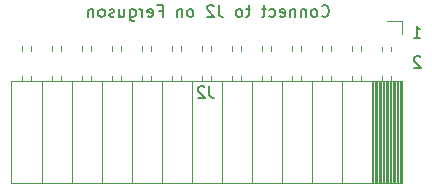
<source format=gbr>
%TF.GenerationSoftware,KiCad,Pcbnew,(6.0.11)*%
%TF.CreationDate,2023-09-03T11:13:33-05:00*%
%TF.ProjectId,ps2-to-parallel-keyboard-adapter,7073322d-746f-42d7-9061-72616c6c656c,rev?*%
%TF.SameCoordinates,Original*%
%TF.FileFunction,Legend,Bot*%
%TF.FilePolarity,Positive*%
%FSLAX46Y46*%
G04 Gerber Fmt 4.6, Leading zero omitted, Abs format (unit mm)*
G04 Created by KiCad (PCBNEW (6.0.11)) date 2023-09-03 11:13:33*
%MOMM*%
%LPD*%
G01*
G04 APERTURE LIST*
%ADD10C,0.150000*%
%ADD11C,0.120000*%
G04 APERTURE END LIST*
D10*
X170377238Y-106529142D02*
X170424857Y-106576761D01*
X170567714Y-106624380D01*
X170662952Y-106624380D01*
X170805809Y-106576761D01*
X170901047Y-106481523D01*
X170948666Y-106386285D01*
X170996285Y-106195809D01*
X170996285Y-106052952D01*
X170948666Y-105862476D01*
X170901047Y-105767238D01*
X170805809Y-105672000D01*
X170662952Y-105624380D01*
X170567714Y-105624380D01*
X170424857Y-105672000D01*
X170377238Y-105719619D01*
X169805809Y-106624380D02*
X169901047Y-106576761D01*
X169948666Y-106529142D01*
X169996285Y-106433904D01*
X169996285Y-106148190D01*
X169948666Y-106052952D01*
X169901047Y-106005333D01*
X169805809Y-105957714D01*
X169662952Y-105957714D01*
X169567714Y-106005333D01*
X169520095Y-106052952D01*
X169472476Y-106148190D01*
X169472476Y-106433904D01*
X169520095Y-106529142D01*
X169567714Y-106576761D01*
X169662952Y-106624380D01*
X169805809Y-106624380D01*
X169043904Y-105957714D02*
X169043904Y-106624380D01*
X169043904Y-106052952D02*
X168996285Y-106005333D01*
X168901047Y-105957714D01*
X168758190Y-105957714D01*
X168662952Y-106005333D01*
X168615333Y-106100571D01*
X168615333Y-106624380D01*
X168139142Y-105957714D02*
X168139142Y-106624380D01*
X168139142Y-106052952D02*
X168091523Y-106005333D01*
X167996285Y-105957714D01*
X167853428Y-105957714D01*
X167758190Y-106005333D01*
X167710571Y-106100571D01*
X167710571Y-106624380D01*
X166853428Y-106576761D02*
X166948666Y-106624380D01*
X167139142Y-106624380D01*
X167234380Y-106576761D01*
X167282000Y-106481523D01*
X167282000Y-106100571D01*
X167234380Y-106005333D01*
X167139142Y-105957714D01*
X166948666Y-105957714D01*
X166853428Y-106005333D01*
X166805809Y-106100571D01*
X166805809Y-106195809D01*
X167282000Y-106291047D01*
X165948666Y-106576761D02*
X166043904Y-106624380D01*
X166234380Y-106624380D01*
X166329619Y-106576761D01*
X166377238Y-106529142D01*
X166424857Y-106433904D01*
X166424857Y-106148190D01*
X166377238Y-106052952D01*
X166329619Y-106005333D01*
X166234380Y-105957714D01*
X166043904Y-105957714D01*
X165948666Y-106005333D01*
X165662952Y-105957714D02*
X165282000Y-105957714D01*
X165520095Y-105624380D02*
X165520095Y-106481523D01*
X165472476Y-106576761D01*
X165377238Y-106624380D01*
X165282000Y-106624380D01*
X164329619Y-105957714D02*
X163948666Y-105957714D01*
X164186761Y-105624380D02*
X164186761Y-106481523D01*
X164139142Y-106576761D01*
X164043904Y-106624380D01*
X163948666Y-106624380D01*
X163472476Y-106624380D02*
X163567714Y-106576761D01*
X163615333Y-106529142D01*
X163662952Y-106433904D01*
X163662952Y-106148190D01*
X163615333Y-106052952D01*
X163567714Y-106005333D01*
X163472476Y-105957714D01*
X163329619Y-105957714D01*
X163234380Y-106005333D01*
X163186761Y-106052952D01*
X163139142Y-106148190D01*
X163139142Y-106433904D01*
X163186761Y-106529142D01*
X163234380Y-106576761D01*
X163329619Y-106624380D01*
X163472476Y-106624380D01*
X161662952Y-105624380D02*
X161662952Y-106338666D01*
X161710571Y-106481523D01*
X161805809Y-106576761D01*
X161948666Y-106624380D01*
X162043904Y-106624380D01*
X161234380Y-105719619D02*
X161186761Y-105672000D01*
X161091523Y-105624380D01*
X160853428Y-105624380D01*
X160758190Y-105672000D01*
X160710571Y-105719619D01*
X160662952Y-105814857D01*
X160662952Y-105910095D01*
X160710571Y-106052952D01*
X161282000Y-106624380D01*
X160662952Y-106624380D01*
X159329619Y-106624380D02*
X159424857Y-106576761D01*
X159472476Y-106529142D01*
X159520095Y-106433904D01*
X159520095Y-106148190D01*
X159472476Y-106052952D01*
X159424857Y-106005333D01*
X159329619Y-105957714D01*
X159186761Y-105957714D01*
X159091523Y-106005333D01*
X159043904Y-106052952D01*
X158996285Y-106148190D01*
X158996285Y-106433904D01*
X159043904Y-106529142D01*
X159091523Y-106576761D01*
X159186761Y-106624380D01*
X159329619Y-106624380D01*
X158567714Y-105957714D02*
X158567714Y-106624380D01*
X158567714Y-106052952D02*
X158520095Y-106005333D01*
X158424857Y-105957714D01*
X158282000Y-105957714D01*
X158186761Y-106005333D01*
X158139142Y-106100571D01*
X158139142Y-106624380D01*
X156567714Y-106100571D02*
X156901047Y-106100571D01*
X156901047Y-106624380D02*
X156901047Y-105624380D01*
X156424857Y-105624380D01*
X155662952Y-106576761D02*
X155758190Y-106624380D01*
X155948666Y-106624380D01*
X156043904Y-106576761D01*
X156091523Y-106481523D01*
X156091523Y-106100571D01*
X156043904Y-106005333D01*
X155948666Y-105957714D01*
X155758190Y-105957714D01*
X155662952Y-106005333D01*
X155615333Y-106100571D01*
X155615333Y-106195809D01*
X156091523Y-106291047D01*
X155186761Y-106624380D02*
X155186761Y-105957714D01*
X155186761Y-106148190D02*
X155139142Y-106052952D01*
X155091523Y-106005333D01*
X154996285Y-105957714D01*
X154901047Y-105957714D01*
X154139142Y-105957714D02*
X154139142Y-106767238D01*
X154186761Y-106862476D01*
X154234380Y-106910095D01*
X154329619Y-106957714D01*
X154472476Y-106957714D01*
X154567714Y-106910095D01*
X154139142Y-106576761D02*
X154234380Y-106624380D01*
X154424857Y-106624380D01*
X154520095Y-106576761D01*
X154567714Y-106529142D01*
X154615333Y-106433904D01*
X154615333Y-106148190D01*
X154567714Y-106052952D01*
X154520095Y-106005333D01*
X154424857Y-105957714D01*
X154234380Y-105957714D01*
X154139142Y-106005333D01*
X153234380Y-105957714D02*
X153234380Y-106624380D01*
X153662952Y-105957714D02*
X153662952Y-106481523D01*
X153615333Y-106576761D01*
X153520095Y-106624380D01*
X153377238Y-106624380D01*
X153282000Y-106576761D01*
X153234380Y-106529142D01*
X152805809Y-106576761D02*
X152710571Y-106624380D01*
X152520095Y-106624380D01*
X152424857Y-106576761D01*
X152377238Y-106481523D01*
X152377238Y-106433904D01*
X152424857Y-106338666D01*
X152520095Y-106291047D01*
X152662952Y-106291047D01*
X152758190Y-106243428D01*
X152805809Y-106148190D01*
X152805809Y-106100571D01*
X152758190Y-106005333D01*
X152662952Y-105957714D01*
X152520095Y-105957714D01*
X152424857Y-106005333D01*
X151805809Y-106624380D02*
X151901047Y-106576761D01*
X151948666Y-106529142D01*
X151996285Y-106433904D01*
X151996285Y-106148190D01*
X151948666Y-106052952D01*
X151901047Y-106005333D01*
X151805809Y-105957714D01*
X151662952Y-105957714D01*
X151567714Y-106005333D01*
X151520095Y-106052952D01*
X151472476Y-106148190D01*
X151472476Y-106433904D01*
X151520095Y-106529142D01*
X151567714Y-106576761D01*
X151662952Y-106624380D01*
X151805809Y-106624380D01*
X151043904Y-105957714D02*
X151043904Y-106624380D01*
X151043904Y-106052952D02*
X150996285Y-106005333D01*
X150901047Y-105957714D01*
X150758190Y-105957714D01*
X150662952Y-106005333D01*
X150615333Y-106100571D01*
X150615333Y-106624380D01*
X178149285Y-108402380D02*
X178720714Y-108402380D01*
X178435000Y-108402380D02*
X178435000Y-107402380D01*
X178530238Y-107545238D01*
X178625476Y-107640476D01*
X178720714Y-107688095D01*
X178720714Y-110037619D02*
X178673095Y-109990000D01*
X178577857Y-109942380D01*
X178339761Y-109942380D01*
X178244523Y-109990000D01*
X178196904Y-110037619D01*
X178149285Y-110132857D01*
X178149285Y-110228095D01*
X178196904Y-110370952D01*
X178768333Y-110942380D01*
X178149285Y-110942380D01*
%TO.C,J2*%
X160861333Y-112482380D02*
X160861333Y-113196666D01*
X160908952Y-113339523D01*
X161004190Y-113434761D01*
X161147047Y-113482380D01*
X161242285Y-113482380D01*
X160432761Y-112577619D02*
X160385142Y-112530000D01*
X160289904Y-112482380D01*
X160051809Y-112482380D01*
X159956571Y-112530000D01*
X159908952Y-112577619D01*
X159861333Y-112672857D01*
X159861333Y-112768095D01*
X159908952Y-112910952D01*
X160480380Y-113482380D01*
X159861333Y-113482380D01*
D11*
X145760000Y-109530000D02*
X145760000Y-109090000D01*
X150120000Y-112040000D02*
X150120000Y-111630000D01*
X154290000Y-120670000D02*
X154290000Y-112040000D01*
X176145240Y-120670000D02*
X176145240Y-112040000D01*
X166990000Y-120670000D02*
X166990000Y-112040000D01*
X175790955Y-120670000D02*
X175790955Y-112040000D01*
X158460000Y-109530000D02*
X158460000Y-109090000D01*
X146670000Y-120670000D02*
X146670000Y-112040000D01*
X175909050Y-120670000D02*
X175909050Y-112040000D01*
X174846195Y-120670000D02*
X174846195Y-112040000D01*
X164450000Y-120670000D02*
X164450000Y-112040000D01*
X170440000Y-112040000D02*
X170440000Y-111630000D01*
X155200000Y-109530000D02*
X155200000Y-109090000D01*
X177210000Y-108040000D02*
X177210000Y-106930000D01*
X175520000Y-112040000D02*
X175520000Y-111630000D01*
X169530000Y-120670000D02*
X169530000Y-112040000D01*
X172070000Y-120670000D02*
X172070000Y-112040000D01*
X166080000Y-112040000D02*
X166080000Y-111630000D01*
X175672860Y-120670000D02*
X175672860Y-112040000D01*
X161910000Y-120670000D02*
X161910000Y-112040000D01*
X163540000Y-112040000D02*
X163540000Y-111630000D01*
X176617620Y-120670000D02*
X176617620Y-112040000D01*
X168620000Y-112040000D02*
X168620000Y-111630000D01*
X172980000Y-112040000D02*
X172980000Y-111630000D01*
X156830000Y-120670000D02*
X156830000Y-112040000D01*
X159370000Y-120670000D02*
X159370000Y-112040000D01*
X161000000Y-109530000D02*
X161000000Y-109090000D01*
X150840000Y-112040000D02*
X150840000Y-111630000D01*
X157740000Y-109530000D02*
X157740000Y-109090000D01*
X174610000Y-120670000D02*
X174610000Y-112040000D01*
X155920000Y-109530000D02*
X155920000Y-109090000D01*
X145040000Y-109530000D02*
X145040000Y-109090000D01*
X151750000Y-120670000D02*
X151750000Y-112040000D01*
X147580000Y-109530000D02*
X147580000Y-109090000D01*
X155920000Y-112040000D02*
X155920000Y-111630000D01*
X172980000Y-109530000D02*
X172980000Y-109090000D01*
X148300000Y-109530000D02*
X148300000Y-109090000D01*
X150840000Y-109530000D02*
X150840000Y-109090000D01*
X170440000Y-109530000D02*
X170440000Y-109090000D01*
X162820000Y-112040000D02*
X162820000Y-111630000D01*
X173700000Y-112040000D02*
X173700000Y-111630000D01*
X153380000Y-109530000D02*
X153380000Y-109090000D01*
X177210000Y-120670000D02*
X177210000Y-112040000D01*
X175200480Y-120670000D02*
X175200480Y-112040000D01*
X157740000Y-112040000D02*
X157740000Y-111630000D01*
X176240000Y-112040000D02*
X176240000Y-111630000D01*
X160280000Y-112040000D02*
X160280000Y-111630000D01*
X155200000Y-112040000D02*
X155200000Y-111630000D01*
X176735715Y-120670000D02*
X176735715Y-112040000D01*
X177210000Y-106930000D02*
X175880000Y-106930000D01*
X171160000Y-112040000D02*
X171160000Y-111630000D01*
X171160000Y-109530000D02*
X171160000Y-109090000D01*
X165360000Y-112040000D02*
X165360000Y-111630000D01*
X176381430Y-120670000D02*
X176381430Y-112040000D01*
X160280000Y-109530000D02*
X160280000Y-109090000D01*
X175554765Y-120670000D02*
X175554765Y-112040000D01*
X167900000Y-112040000D02*
X167900000Y-111630000D01*
X161000000Y-112040000D02*
X161000000Y-111630000D01*
X152660000Y-112040000D02*
X152660000Y-111630000D01*
X176240000Y-109530000D02*
X176240000Y-109150000D01*
X145040000Y-112040000D02*
X145040000Y-111630000D01*
X148300000Y-112040000D02*
X148300000Y-111630000D01*
X175520000Y-109530000D02*
X175520000Y-109150000D01*
X176853810Y-120670000D02*
X176853810Y-112040000D01*
X175082385Y-120670000D02*
X175082385Y-112040000D01*
X147580000Y-112040000D02*
X147580000Y-111630000D01*
X177210000Y-112040000D02*
X144070000Y-112040000D01*
X162820000Y-109530000D02*
X162820000Y-109090000D01*
X173700000Y-109530000D02*
X173700000Y-109090000D01*
X149210000Y-120670000D02*
X149210000Y-112040000D01*
X177090000Y-120670000D02*
X177090000Y-112040000D01*
X153380000Y-112040000D02*
X153380000Y-111630000D01*
X158460000Y-112040000D02*
X158460000Y-111630000D01*
X166080000Y-109530000D02*
X166080000Y-109090000D01*
X168620000Y-109530000D02*
X168620000Y-109090000D01*
X176971905Y-120670000D02*
X176971905Y-112040000D01*
X176499525Y-120670000D02*
X176499525Y-112040000D01*
X152660000Y-109530000D02*
X152660000Y-109090000D01*
X174728100Y-120670000D02*
X174728100Y-112040000D01*
X175436670Y-120670000D02*
X175436670Y-112040000D01*
X150120000Y-109530000D02*
X150120000Y-109090000D01*
X174964290Y-120670000D02*
X174964290Y-112040000D01*
X145760000Y-112040000D02*
X145760000Y-111630000D01*
X177210000Y-120670000D02*
X144070000Y-120670000D01*
X167900000Y-109530000D02*
X167900000Y-109090000D01*
X176027145Y-120670000D02*
X176027145Y-112040000D01*
X144070000Y-120670000D02*
X144070000Y-112040000D01*
X176263335Y-120670000D02*
X176263335Y-112040000D01*
X165360000Y-109530000D02*
X165360000Y-109090000D01*
X163540000Y-109530000D02*
X163540000Y-109090000D01*
X175318575Y-120670000D02*
X175318575Y-112040000D01*
%TD*%
M02*

</source>
